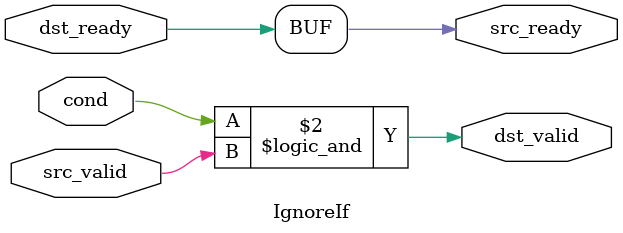
<source format=sv>
`ifndef __HELPER_SV__
`define __HELPER_SV__
module Forward(
	input  logic clk,
	input  logic rst,
	input  logic src_valid,
	output logic src_ready,
	output logic dst_valid,
	input  logic dst_ready
);
	logic dst_valid_w;
	assign dst_valid_w = src_valid || (dst_valid && !dst_ready);
	assign src_ready = !dst_valid || dst_ready;
	always_ff @(posedge clk or negedge rst) begin
		if (!rst) dst_valid <= 1'b0;
		else dst_valid <= dst_valid_w;
	end
endmodule

module Merge(
	src_valids,
	src_readys,
	dst_valid,
	dst_ready
);
	parameter N = 2;
	input  logic [N-1:0] src_valids;
	output logic [N-1:0] src_readys;
	output logic dst_valid;
	input  logic dst_ready;
	assign dst_valid = &src_valids;
	assign src_readys = {N{dst_valid && dst_ready}};
endmodule

module Broadcast(
	clk,
	rst,
	src_valid,
	src_ready,
	dst_valids,
	dst_readys
);
	parameter N = 2;
	input  logic clk;
	input  logic rst;
	input  logic src_valid;
	output logic src_ready;
	output logic [N-1:0] dst_valids;
	input  logic [N-1:0] dst_readys;
	logic [N-1:0] got, got_test, got_w;
	assign dst_valids = {N{src_valid}} & ~got;
	assign got_test = got | dst_readys;
	assign src_ready = &got_test;
	assign got_w = (src_valid && !src_ready) ? got_test : '0;
	always_ff @(posedge clk or negedge rst) begin
		if (!rst) got <= '0;
		else got <= got_w;
	end
endmodule

module AcceptIf(
	input  logic cond,
	input  logic src_valid,
	output logic src_ready,
	output logic dst_valid,
	input  logic dst_ready
);
	parameter bit COND = 1;
	assign dst_valid = src_valid;
	assign src_ready = (cond == COND) && dst_ready;
endmodule

module IgnoreIf(
	input  logic cond,
	input  logic src_valid,
	output logic src_ready,
	output logic dst_valid,
	input  logic dst_ready
);
	parameter bit COND = 1;
	assign dst_valid = (cond == COND) && src_valid;
	assign src_ready = dst_ready;
endmodule
`endif

</source>
